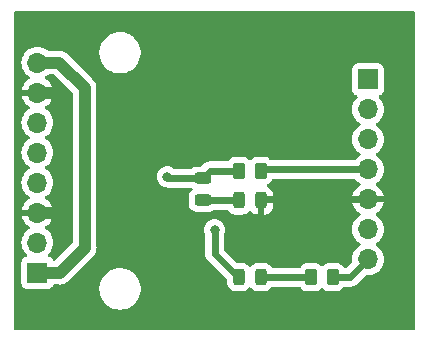
<source format=gbr>
%TF.GenerationSoftware,KiCad,Pcbnew,7.0.7-7.0.7~ubuntu20.04.1*%
%TF.CreationDate,2023-08-31T15:52:27+01:00*%
%TF.ProjectId,hot-end-connector,686f742d-656e-4642-9d63-6f6e6e656374,rev?*%
%TF.SameCoordinates,Original*%
%TF.FileFunction,Copper,L1,Top*%
%TF.FilePolarity,Positive*%
%FSLAX46Y46*%
G04 Gerber Fmt 4.6, Leading zero omitted, Abs format (unit mm)*
G04 Created by KiCad (PCBNEW 7.0.7-7.0.7~ubuntu20.04.1) date 2023-08-31 15:52:27*
%MOMM*%
%LPD*%
G01*
G04 APERTURE LIST*
G04 Aperture macros list*
%AMRoundRect*
0 Rectangle with rounded corners*
0 $1 Rounding radius*
0 $2 $3 $4 $5 $6 $7 $8 $9 X,Y pos of 4 corners*
0 Add a 4 corners polygon primitive as box body*
4,1,4,$2,$3,$4,$5,$6,$7,$8,$9,$2,$3,0*
0 Add four circle primitives for the rounded corners*
1,1,$1+$1,$2,$3*
1,1,$1+$1,$4,$5*
1,1,$1+$1,$6,$7*
1,1,$1+$1,$8,$9*
0 Add four rect primitives between the rounded corners*
20,1,$1+$1,$2,$3,$4,$5,0*
20,1,$1+$1,$4,$5,$6,$7,0*
20,1,$1+$1,$6,$7,$8,$9,0*
20,1,$1+$1,$8,$9,$2,$3,0*%
G04 Aperture macros list end*
%TA.AperFunction,SMDPad,CuDef*%
%ADD10RoundRect,0.250000X-0.262500X-0.450000X0.262500X-0.450000X0.262500X0.450000X-0.262500X0.450000X0*%
%TD*%
%TA.AperFunction,SMDPad,CuDef*%
%ADD11RoundRect,0.243750X0.456250X-0.243750X0.456250X0.243750X-0.456250X0.243750X-0.456250X-0.243750X0*%
%TD*%
%TA.AperFunction,SMDPad,CuDef*%
%ADD12RoundRect,0.243750X-0.243750X-0.456250X0.243750X-0.456250X0.243750X0.456250X-0.243750X0.456250X0*%
%TD*%
%TA.AperFunction,SMDPad,CuDef*%
%ADD13RoundRect,0.243750X0.243750X0.456250X-0.243750X0.456250X-0.243750X-0.456250X0.243750X-0.456250X0*%
%TD*%
%TA.AperFunction,ComponentPad*%
%ADD14R,1.700000X1.700000*%
%TD*%
%TA.AperFunction,ComponentPad*%
%ADD15O,1.700000X1.700000*%
%TD*%
%TA.AperFunction,ViaPad*%
%ADD16C,0.800000*%
%TD*%
%TA.AperFunction,Conductor*%
%ADD17C,0.600000*%
%TD*%
%TA.AperFunction,Conductor*%
%ADD18C,1.000000*%
%TD*%
G04 APERTURE END LIST*
D10*
%TO.P,R1,1*%
%TO.N,Net-(D1-A)*%
X54175000Y-177000000D03*
%TO.P,R1,2*%
%TO.N,/+12V*%
X56000000Y-177000000D03*
%TD*%
%TO.P,R2,1*%
%TO.N,/probe*%
X48087500Y-168000000D03*
%TO.P,R2,2*%
%TO.N,/+3V3*%
X49912500Y-168000000D03*
%TD*%
D11*
%TO.P,1N4148,1,K*%
%TO.N,Net-(D2-A)*%
X45000000Y-170500000D03*
%TO.P,1N4148,2,A*%
%TO.N,/probe*%
X45000000Y-168625000D03*
%TD*%
D12*
%TO.P,D1,1,K*%
%TO.N,/H-*%
X48062500Y-177000000D03*
%TO.P,D1,2,A*%
%TO.N,Net-(D1-A)*%
X49937500Y-177000000D03*
%TD*%
D13*
%TO.P,D2,1,K*%
%TO.N,/GND*%
X49937500Y-170500000D03*
%TO.P,D2,2,A*%
%TO.N,Net-(D2-A)*%
X48062500Y-170500000D03*
%TD*%
D14*
%TO.P,J1,1,Pin_1*%
%TO.N,/T-b*%
X59000000Y-160260000D03*
D15*
%TO.P,J1,2,Pin_2*%
%TO.N,/T-a*%
X59000000Y-162800000D03*
%TO.P,J1,3,Pin_3*%
%TO.N,/probe*%
X59000000Y-165340000D03*
%TO.P,J1,4,Pin_4*%
%TO.N,/+3V3*%
X59000000Y-167880000D03*
%TO.P,J1,5,Pin_5*%
%TO.N,/GND*%
X59000000Y-170420000D03*
%TO.P,J1,6,Pin_6*%
%TO.N,/H-*%
X59000000Y-172960000D03*
%TO.P,J1,7,Pin_7*%
%TO.N,/+12V*%
X59000000Y-175500000D03*
%TD*%
D14*
%TO.P,J2,1,Pin_1*%
%TO.N,/+12V*%
X31000000Y-176620000D03*
D15*
%TO.P,J2,2,Pin_2*%
%TO.N,/H-*%
X31000000Y-174080000D03*
%TO.P,J2,3,Pin_3*%
%TO.N,/GND*%
X31000000Y-171540000D03*
%TO.P,J2,4,Pin_4*%
%TO.N,/probe*%
X31000000Y-169000000D03*
%TO.P,J2,5,Pin_5*%
%TO.N,/T-a*%
X31000000Y-166460000D03*
%TO.P,J2,6,Pin_6*%
%TO.N,/T-b*%
X31000000Y-163920000D03*
%TO.P,J2,7,Pin_7*%
%TO.N,/GND*%
X31000000Y-161380000D03*
%TO.P,J2,8,Pin_8*%
%TO.N,/+12V*%
X31000000Y-158840000D03*
%TD*%
D16*
%TO.N,/H-*%
X46000000Y-173000000D03*
%TO.N,/probe*%
X42000000Y-168500000D03*
%TD*%
D17*
%TO.N,/H-*%
X46000000Y-175000000D02*
X46000000Y-173000000D01*
X48000000Y-177000000D02*
X46000000Y-175000000D01*
X48062500Y-177000000D02*
X48000000Y-177000000D01*
%TO.N,Net-(D1-A)*%
X54175000Y-177000000D02*
X49937500Y-177000000D01*
%TO.N,/GND*%
X49937500Y-170500000D02*
X50017500Y-170420000D01*
D18*
X32960000Y-171540000D02*
X31000000Y-171540000D01*
X31000000Y-161380000D02*
X32880000Y-161380000D01*
X33000000Y-171500000D02*
X32960000Y-171540000D01*
D17*
X50017500Y-170420000D02*
X59000000Y-170420000D01*
D18*
X33000000Y-161500000D02*
X33000000Y-171500000D01*
X32880000Y-161380000D02*
X33000000Y-161500000D01*
D17*
%TO.N,/probe*%
X48087500Y-168000000D02*
X45625000Y-168000000D01*
X42125000Y-168625000D02*
X42000000Y-168500000D01*
X45000000Y-168625000D02*
X42125000Y-168625000D01*
X45625000Y-168000000D02*
X45000000Y-168625000D01*
%TO.N,/+3V3*%
X59000000Y-167880000D02*
X50032500Y-167880000D01*
X50032500Y-167880000D02*
X49912500Y-168000000D01*
D18*
%TO.N,/+12V*%
X32840000Y-158840000D02*
X31000000Y-158840000D01*
X31000000Y-176620000D02*
X32880000Y-176620000D01*
D17*
X57500000Y-177000000D02*
X56000000Y-177000000D01*
X57500000Y-177000000D02*
X59000000Y-175500000D01*
D18*
X35000000Y-161000000D02*
X32840000Y-158840000D01*
X32880000Y-176620000D02*
X35000000Y-174500000D01*
X35000000Y-174500000D02*
X35000000Y-161000000D01*
D17*
%TO.N,Net-(D2-A)*%
X45000000Y-170500000D02*
X48062500Y-170500000D01*
%TD*%
%TA.AperFunction,Conductor*%
%TO.N,/GND*%
G36*
X32441256Y-159860185D02*
G01*
X32461898Y-159876819D01*
X33963181Y-161378102D01*
X33996666Y-161439425D01*
X33999500Y-161465783D01*
X33999500Y-174034218D01*
X33979815Y-174101257D01*
X33963181Y-174121899D01*
X32501899Y-175583181D01*
X32440576Y-175616666D01*
X32414218Y-175619500D01*
X32414141Y-175619500D01*
X32347102Y-175599815D01*
X32301347Y-175547011D01*
X32297969Y-175538859D01*
X32293796Y-175527669D01*
X32293793Y-175527665D01*
X32293793Y-175527664D01*
X32207547Y-175412455D01*
X32207544Y-175412452D01*
X32092335Y-175326206D01*
X32092328Y-175326202D01*
X31960917Y-175277189D01*
X31904983Y-175235318D01*
X31880566Y-175169853D01*
X31895418Y-175101580D01*
X31916563Y-175073332D01*
X32038495Y-174951401D01*
X32174035Y-174757830D01*
X32273903Y-174543663D01*
X32335063Y-174315408D01*
X32355659Y-174080000D01*
X32335063Y-173844592D01*
X32273903Y-173616337D01*
X32174035Y-173402171D01*
X32150308Y-173368284D01*
X32038494Y-173208597D01*
X31871402Y-173041506D01*
X31871401Y-173041505D01*
X31685405Y-172911269D01*
X31641781Y-172856692D01*
X31634588Y-172787193D01*
X31666110Y-172724839D01*
X31685405Y-172708119D01*
X31871082Y-172578105D01*
X32038105Y-172411082D01*
X32173600Y-172217578D01*
X32273429Y-172003492D01*
X32273432Y-172003486D01*
X32330636Y-171790000D01*
X31613347Y-171790000D01*
X31546308Y-171770315D01*
X31500553Y-171717511D01*
X31490609Y-171648353D01*
X31494369Y-171631067D01*
X31500000Y-171611888D01*
X31500000Y-171468111D01*
X31494369Y-171448933D01*
X31494370Y-171379064D01*
X31532145Y-171320286D01*
X31595701Y-171291262D01*
X31613347Y-171290000D01*
X32330636Y-171290000D01*
X32330635Y-171289999D01*
X32273432Y-171076513D01*
X32273429Y-171076507D01*
X32173600Y-170862422D01*
X32173599Y-170862420D01*
X32038113Y-170668926D01*
X32038108Y-170668920D01*
X31871078Y-170501890D01*
X31685405Y-170371879D01*
X31641780Y-170317302D01*
X31634588Y-170247804D01*
X31666110Y-170185449D01*
X31685406Y-170168730D01*
X31871401Y-170038495D01*
X32038495Y-169871401D01*
X32174035Y-169677830D01*
X32273903Y-169463663D01*
X32335063Y-169235408D01*
X32355659Y-169000000D01*
X32335063Y-168764592D01*
X32273903Y-168536337D01*
X32174035Y-168322171D01*
X32166732Y-168311740D01*
X32038494Y-168128597D01*
X31871402Y-167961506D01*
X31871396Y-167961501D01*
X31685842Y-167831575D01*
X31642217Y-167776998D01*
X31635023Y-167707500D01*
X31666546Y-167645145D01*
X31685842Y-167628425D01*
X31727151Y-167599500D01*
X31871401Y-167498495D01*
X32038495Y-167331401D01*
X32174035Y-167137830D01*
X32273903Y-166923663D01*
X32335063Y-166695408D01*
X32355659Y-166460000D01*
X32335063Y-166224592D01*
X32273903Y-165996337D01*
X32174035Y-165782171D01*
X32038495Y-165588599D01*
X32038494Y-165588597D01*
X31871402Y-165421506D01*
X31871396Y-165421501D01*
X31685842Y-165291575D01*
X31642217Y-165236998D01*
X31635023Y-165167500D01*
X31666546Y-165105145D01*
X31685842Y-165088425D01*
X31708026Y-165072891D01*
X31871401Y-164958495D01*
X32038495Y-164791401D01*
X32174035Y-164597830D01*
X32273903Y-164383663D01*
X32335063Y-164155408D01*
X32355659Y-163920000D01*
X32335063Y-163684592D01*
X32273903Y-163456337D01*
X32174035Y-163242171D01*
X32038495Y-163048599D01*
X32038494Y-163048597D01*
X31871402Y-162881506D01*
X31871401Y-162881505D01*
X31685405Y-162751269D01*
X31641781Y-162696692D01*
X31634588Y-162627193D01*
X31666110Y-162564839D01*
X31685405Y-162548119D01*
X31871082Y-162418105D01*
X32038105Y-162251082D01*
X32173600Y-162057578D01*
X32273429Y-161843492D01*
X32273432Y-161843486D01*
X32330636Y-161630000D01*
X31613347Y-161630000D01*
X31546308Y-161610315D01*
X31500553Y-161557511D01*
X31490609Y-161488353D01*
X31494369Y-161471067D01*
X31500000Y-161451888D01*
X31500000Y-161308111D01*
X31494369Y-161288933D01*
X31494370Y-161219064D01*
X31532145Y-161160286D01*
X31595701Y-161131262D01*
X31613347Y-161130000D01*
X32330636Y-161130000D01*
X32330635Y-161129999D01*
X32273432Y-160916513D01*
X32273429Y-160916507D01*
X32173600Y-160702422D01*
X32173599Y-160702420D01*
X32038113Y-160508926D01*
X32038108Y-160508920D01*
X31871078Y-160341890D01*
X31685405Y-160211879D01*
X31641780Y-160157302D01*
X31634588Y-160087804D01*
X31666110Y-160025449D01*
X31685406Y-160008730D01*
X31871401Y-159878495D01*
X31873077Y-159876819D01*
X31873995Y-159876317D01*
X31875544Y-159875018D01*
X31875805Y-159875329D01*
X31934400Y-159843334D01*
X31960758Y-159840500D01*
X32374217Y-159840500D01*
X32441256Y-159860185D01*
G37*
%TD.AperFunction*%
%TA.AperFunction,Conductor*%
G36*
X62942539Y-154520185D02*
G01*
X62988294Y-154572989D01*
X62999500Y-154624500D01*
X62999500Y-181375500D01*
X62979815Y-181442539D01*
X62927011Y-181488294D01*
X62875500Y-181499500D01*
X29124500Y-181499500D01*
X29057461Y-181479815D01*
X29011706Y-181427011D01*
X29000500Y-181375500D01*
X29000500Y-178131187D01*
X36249500Y-178131187D01*
X36259948Y-178200498D01*
X36288604Y-178390615D01*
X36288605Y-178390617D01*
X36288606Y-178390623D01*
X36365938Y-178641326D01*
X36479767Y-178877696D01*
X36479768Y-178877697D01*
X36479770Y-178877700D01*
X36479772Y-178877704D01*
X36627567Y-179094478D01*
X36627567Y-179094479D01*
X36806014Y-179286801D01*
X36806018Y-179286804D01*
X36806019Y-179286805D01*
X37011143Y-179450386D01*
X37238357Y-179581568D01*
X37482584Y-179677420D01*
X37738370Y-179735802D01*
X37738376Y-179735802D01*
X37738379Y-179735803D01*
X37934500Y-179750500D01*
X37934506Y-179750500D01*
X38065500Y-179750500D01*
X38261620Y-179735803D01*
X38261622Y-179735802D01*
X38261630Y-179735802D01*
X38517416Y-179677420D01*
X38761643Y-179581568D01*
X38988857Y-179450386D01*
X39193981Y-179286805D01*
X39372433Y-179094479D01*
X39520228Y-178877704D01*
X39634063Y-178641323D01*
X39711396Y-178390615D01*
X39750500Y-178131182D01*
X39750500Y-177868818D01*
X39711396Y-177609385D01*
X39634063Y-177358677D01*
X39598923Y-177285708D01*
X39520232Y-177122303D01*
X39520231Y-177122302D01*
X39520230Y-177122301D01*
X39520228Y-177122296D01*
X39372433Y-176905521D01*
X39250310Y-176773903D01*
X39193985Y-176713198D01*
X39144872Y-176674032D01*
X38988857Y-176549614D01*
X38761643Y-176418432D01*
X38517416Y-176322580D01*
X38517411Y-176322578D01*
X38517402Y-176322576D01*
X38292522Y-176271249D01*
X38261630Y-176264198D01*
X38261629Y-176264197D01*
X38261625Y-176264197D01*
X38261620Y-176264196D01*
X38065500Y-176249500D01*
X38065494Y-176249500D01*
X37934506Y-176249500D01*
X37934500Y-176249500D01*
X37738379Y-176264196D01*
X37738374Y-176264197D01*
X37482597Y-176322576D01*
X37482578Y-176322582D01*
X37238356Y-176418432D01*
X37011143Y-176549614D01*
X36806014Y-176713198D01*
X36627567Y-176905520D01*
X36479768Y-177122302D01*
X36479767Y-177122303D01*
X36365938Y-177358673D01*
X36288606Y-177609376D01*
X36288605Y-177609381D01*
X36288604Y-177609385D01*
X36283201Y-177645234D01*
X36249500Y-177868812D01*
X36249500Y-178131187D01*
X29000500Y-178131187D01*
X29000500Y-174080000D01*
X29644341Y-174080000D01*
X29664936Y-174315403D01*
X29664938Y-174315413D01*
X29726094Y-174543655D01*
X29726096Y-174543659D01*
X29726097Y-174543663D01*
X29772614Y-174643418D01*
X29825965Y-174757830D01*
X29825967Y-174757834D01*
X29871017Y-174822171D01*
X29961501Y-174951396D01*
X29961506Y-174951402D01*
X30083430Y-175073326D01*
X30116915Y-175134649D01*
X30111931Y-175204341D01*
X30070059Y-175260274D01*
X30039083Y-175277189D01*
X29907669Y-175326203D01*
X29907664Y-175326206D01*
X29792455Y-175412452D01*
X29792452Y-175412455D01*
X29706206Y-175527664D01*
X29706202Y-175527671D01*
X29655908Y-175662517D01*
X29649501Y-175722116D01*
X29649500Y-175722135D01*
X29649500Y-177517870D01*
X29649501Y-177517876D01*
X29655908Y-177577483D01*
X29706202Y-177712328D01*
X29706206Y-177712335D01*
X29792452Y-177827544D01*
X29792455Y-177827547D01*
X29907664Y-177913793D01*
X29907671Y-177913797D01*
X30042517Y-177964091D01*
X30042516Y-177964091D01*
X30049444Y-177964835D01*
X30102127Y-177970500D01*
X31897872Y-177970499D01*
X31957483Y-177964091D01*
X32092331Y-177913796D01*
X32207546Y-177827546D01*
X32293796Y-177712331D01*
X32297960Y-177701165D01*
X32339829Y-177645234D01*
X32405293Y-177620816D01*
X32414141Y-177620500D01*
X32867284Y-177620500D01*
X32956358Y-177622757D01*
X32956358Y-177622756D01*
X32956363Y-177622757D01*
X33016753Y-177611932D01*
X33021412Y-177611280D01*
X33063607Y-177606988D01*
X33082438Y-177605074D01*
X33115227Y-177594786D01*
X33122840Y-177592918D01*
X33156653Y-177586858D01*
X33213621Y-177564101D01*
X33218053Y-177562524D01*
X33276588Y-177544159D01*
X33306627Y-177527484D01*
X33313708Y-177524122D01*
X33345617Y-177511377D01*
X33396854Y-177477608D01*
X33400851Y-177475187D01*
X33454502Y-177445409D01*
X33480568Y-177423030D01*
X33486843Y-177418300D01*
X33515519Y-177399402D01*
X33558917Y-177356002D01*
X33562336Y-177352834D01*
X33608895Y-177312866D01*
X33629931Y-177285688D01*
X33635101Y-177279818D01*
X35698487Y-175216433D01*
X35763053Y-175155059D01*
X35798112Y-175104686D01*
X35800925Y-175100957D01*
X35839698Y-175053407D01*
X35855607Y-175022948D01*
X35859667Y-175016248D01*
X35879295Y-174988049D01*
X35903492Y-174931660D01*
X35905498Y-174927435D01*
X35933909Y-174873049D01*
X35943360Y-174840015D01*
X35945991Y-174832628D01*
X35950479Y-174822171D01*
X35959540Y-174801058D01*
X35971893Y-174740940D01*
X35973006Y-174736412D01*
X35989887Y-174677418D01*
X35992495Y-174643155D01*
X35993587Y-174635376D01*
X35994981Y-174628597D01*
X36000500Y-174601741D01*
X36000500Y-174540401D01*
X36000679Y-174535692D01*
X36005337Y-174474525D01*
X36000997Y-174440441D01*
X36000500Y-174432602D01*
X36000500Y-168500000D01*
X41094540Y-168500000D01*
X41114326Y-168688256D01*
X41114327Y-168688259D01*
X41172818Y-168868277D01*
X41172821Y-168868284D01*
X41267467Y-169032216D01*
X41363302Y-169138651D01*
X41394129Y-169172888D01*
X41547265Y-169284148D01*
X41547270Y-169284151D01*
X41720192Y-169361142D01*
X41720197Y-169361144D01*
X41905354Y-169400500D01*
X41905368Y-169400500D01*
X41908415Y-169400821D01*
X41936405Y-169407100D01*
X41945745Y-169410368D01*
X41987241Y-169415043D01*
X41994093Y-169416207D01*
X42034806Y-169425500D01*
X42080046Y-169425500D01*
X43996658Y-169425500D01*
X44063697Y-169445185D01*
X44073568Y-169452233D01*
X44079001Y-169456529D01*
X44079703Y-169456962D01*
X44080083Y-169457384D01*
X44084663Y-169461006D01*
X44084044Y-169461788D01*
X44126428Y-169508910D01*
X44137649Y-169577872D01*
X44109806Y-169641954D01*
X44084544Y-169663842D01*
X44084664Y-169663993D01*
X44081315Y-169666640D01*
X44079703Y-169668038D01*
X44079000Y-169668471D01*
X44078996Y-169668474D01*
X43955974Y-169791496D01*
X43955971Y-169791500D01*
X43864642Y-169939566D01*
X43864637Y-169939577D01*
X43809913Y-170104723D01*
X43799500Y-170206644D01*
X43799500Y-170793355D01*
X43809913Y-170895276D01*
X43864637Y-171060422D01*
X43864642Y-171060433D01*
X43955971Y-171208499D01*
X43955974Y-171208503D01*
X44078996Y-171331525D01*
X44079000Y-171331528D01*
X44227066Y-171422857D01*
X44227069Y-171422858D01*
X44227075Y-171422862D01*
X44392225Y-171477587D01*
X44494152Y-171488000D01*
X44494157Y-171488000D01*
X45505843Y-171488000D01*
X45505848Y-171488000D01*
X45607775Y-171477587D01*
X45772925Y-171422862D01*
X45921003Y-171331526D01*
X45921007Y-171331521D01*
X45926432Y-171327233D01*
X45991227Y-171301093D01*
X46003342Y-171300500D01*
X47087440Y-171300500D01*
X47154479Y-171320185D01*
X47192978Y-171359403D01*
X47230971Y-171420999D01*
X47230974Y-171421003D01*
X47353996Y-171544025D01*
X47354000Y-171544028D01*
X47502066Y-171635357D01*
X47502069Y-171635358D01*
X47502075Y-171635362D01*
X47667225Y-171690087D01*
X47769152Y-171700500D01*
X47769157Y-171700500D01*
X48355843Y-171700500D01*
X48355848Y-171700500D01*
X48457775Y-171690087D01*
X48622925Y-171635362D01*
X48771003Y-171544026D01*
X48894026Y-171421003D01*
X48894755Y-171419821D01*
X48895466Y-171419181D01*
X48898507Y-171415336D01*
X48899163Y-171415855D01*
X48946701Y-171373097D01*
X49015664Y-171361873D01*
X49079746Y-171389715D01*
X49101761Y-171415123D01*
X49101888Y-171415023D01*
X49104113Y-171417838D01*
X49105833Y-171419822D01*
X49106365Y-171420685D01*
X49106369Y-171420690D01*
X49229308Y-171543629D01*
X49377285Y-171634903D01*
X49377290Y-171634905D01*
X49542326Y-171689592D01*
X49644184Y-171699999D01*
X49644197Y-171700000D01*
X49687500Y-171700000D01*
X49687500Y-170750000D01*
X50187500Y-170750000D01*
X50187500Y-171700000D01*
X50230803Y-171700000D01*
X50230815Y-171699999D01*
X50332673Y-171689592D01*
X50497709Y-171634905D01*
X50497714Y-171634903D01*
X50645691Y-171543629D01*
X50768629Y-171420691D01*
X50859903Y-171272714D01*
X50859905Y-171272709D01*
X50914592Y-171107673D01*
X50924999Y-171005815D01*
X50925000Y-171005802D01*
X50925000Y-170750000D01*
X50187500Y-170750000D01*
X49687500Y-170750000D01*
X49687500Y-170374000D01*
X49707185Y-170306961D01*
X49759989Y-170261206D01*
X49811500Y-170250000D01*
X50925000Y-170250000D01*
X50925000Y-169994197D01*
X50924999Y-169994184D01*
X50914592Y-169892326D01*
X50859905Y-169727290D01*
X50859903Y-169727285D01*
X50768629Y-169579308D01*
X50645691Y-169456370D01*
X50497714Y-169365096D01*
X50491169Y-169362045D01*
X50492402Y-169359400D01*
X50445858Y-169327153D01*
X50419056Y-169262629D01*
X50431392Y-169193857D01*
X50478952Y-169142672D01*
X50489936Y-169136864D01*
X50494323Y-169134817D01*
X50494334Y-169134814D01*
X50643656Y-169042712D01*
X50767712Y-168918656D01*
X50859814Y-168769334D01*
X50861086Y-168765493D01*
X50862673Y-168763201D01*
X50862866Y-168762789D01*
X50862936Y-168762821D01*
X50900861Y-168708049D01*
X50965378Y-168681228D01*
X50978792Y-168680500D01*
X57847309Y-168680500D01*
X57914348Y-168700185D01*
X57948884Y-168733376D01*
X57961508Y-168751405D01*
X58128597Y-168918493D01*
X58128603Y-168918498D01*
X58216403Y-168979976D01*
X58305996Y-169042710D01*
X58314594Y-169048730D01*
X58358219Y-169103307D01*
X58365413Y-169172805D01*
X58333890Y-169235160D01*
X58314595Y-169251880D01*
X58128922Y-169381890D01*
X58128920Y-169381891D01*
X57961891Y-169548920D01*
X57961886Y-169548926D01*
X57826400Y-169742420D01*
X57826399Y-169742422D01*
X57726570Y-169956507D01*
X57726567Y-169956513D01*
X57669364Y-170169999D01*
X57669364Y-170170000D01*
X58386653Y-170170000D01*
X58453692Y-170189685D01*
X58499447Y-170242489D01*
X58509391Y-170311647D01*
X58505631Y-170328933D01*
X58500000Y-170348111D01*
X58500000Y-170491888D01*
X58505631Y-170511067D01*
X58505630Y-170580936D01*
X58467855Y-170639714D01*
X58404299Y-170668738D01*
X58386653Y-170670000D01*
X57669364Y-170670000D01*
X57726567Y-170883486D01*
X57726570Y-170883492D01*
X57826399Y-171097578D01*
X57961894Y-171291082D01*
X58128917Y-171458105D01*
X58314595Y-171588119D01*
X58358219Y-171642696D01*
X58365412Y-171712195D01*
X58333890Y-171774549D01*
X58314595Y-171791269D01*
X58128594Y-171921508D01*
X57961505Y-172088597D01*
X57825965Y-172282169D01*
X57825964Y-172282171D01*
X57726098Y-172496335D01*
X57726094Y-172496344D01*
X57664938Y-172724586D01*
X57664936Y-172724596D01*
X57644341Y-172959999D01*
X57644341Y-172960000D01*
X57664936Y-173195403D01*
X57664938Y-173195413D01*
X57726094Y-173423655D01*
X57726096Y-173423659D01*
X57726097Y-173423663D01*
X57815942Y-173616335D01*
X57825965Y-173637830D01*
X57825967Y-173637834D01*
X57961501Y-173831395D01*
X57961506Y-173831402D01*
X58128597Y-173998493D01*
X58128603Y-173998498D01*
X58314158Y-174128425D01*
X58357783Y-174183002D01*
X58364977Y-174252500D01*
X58333454Y-174314855D01*
X58314158Y-174331575D01*
X58128597Y-174461505D01*
X57961505Y-174628597D01*
X57825965Y-174822169D01*
X57825964Y-174822171D01*
X57726098Y-175036335D01*
X57726094Y-175036344D01*
X57664938Y-175264586D01*
X57664936Y-175264596D01*
X57644341Y-175499999D01*
X57644341Y-175500002D01*
X57657288Y-175647991D01*
X57643521Y-175716491D01*
X57621441Y-175746479D01*
X57204741Y-176163181D01*
X57143418Y-176196666D01*
X57117060Y-176199500D01*
X56997298Y-176199500D01*
X56930259Y-176179815D01*
X56891759Y-176140597D01*
X56889941Y-176137649D01*
X56855212Y-176081344D01*
X56731156Y-175957288D01*
X56581834Y-175865186D01*
X56415297Y-175810001D01*
X56415295Y-175810000D01*
X56312510Y-175799500D01*
X55687498Y-175799500D01*
X55687480Y-175799501D01*
X55584703Y-175810000D01*
X55584700Y-175810001D01*
X55418168Y-175865185D01*
X55418163Y-175865187D01*
X55268842Y-175957289D01*
X55175181Y-176050951D01*
X55113858Y-176084436D01*
X55044166Y-176079452D01*
X54999819Y-176050951D01*
X54906157Y-175957289D01*
X54906156Y-175957288D01*
X54756834Y-175865186D01*
X54590297Y-175810001D01*
X54590295Y-175810000D01*
X54487510Y-175799500D01*
X53862498Y-175799500D01*
X53862480Y-175799501D01*
X53759703Y-175810000D01*
X53759700Y-175810001D01*
X53593168Y-175865185D01*
X53593163Y-175865187D01*
X53443842Y-175957289D01*
X53319789Y-176081342D01*
X53283241Y-176140597D01*
X53231293Y-176187321D01*
X53177702Y-176199500D01*
X50912560Y-176199500D01*
X50845521Y-176179815D01*
X50807022Y-176140597D01*
X50769028Y-176079000D01*
X50769025Y-176078996D01*
X50646003Y-175955974D01*
X50645999Y-175955971D01*
X50497933Y-175864642D01*
X50497927Y-175864639D01*
X50497925Y-175864638D01*
X50497922Y-175864637D01*
X50332776Y-175809913D01*
X50230855Y-175799500D01*
X50230848Y-175799500D01*
X49644152Y-175799500D01*
X49644144Y-175799500D01*
X49542223Y-175809913D01*
X49377077Y-175864637D01*
X49377066Y-175864642D01*
X49229000Y-175955971D01*
X49228996Y-175955974D01*
X49105974Y-176078996D01*
X49105971Y-176079000D01*
X49105538Y-176079703D01*
X49105114Y-176080083D01*
X49101493Y-176084664D01*
X49100710Y-176084045D01*
X49053590Y-176126428D01*
X48984628Y-176137649D01*
X48920546Y-176109806D01*
X48898657Y-176084544D01*
X48898507Y-176084664D01*
X48895859Y-176081315D01*
X48894462Y-176079703D01*
X48894028Y-176079000D01*
X48894025Y-176078996D01*
X48771003Y-175955974D01*
X48770999Y-175955971D01*
X48622933Y-175864642D01*
X48622927Y-175864639D01*
X48622925Y-175864638D01*
X48622922Y-175864637D01*
X48457776Y-175809913D01*
X48355855Y-175799500D01*
X48355848Y-175799500D01*
X47982940Y-175799500D01*
X47915901Y-175779815D01*
X47895259Y-175763181D01*
X46836819Y-174704741D01*
X46803334Y-174643418D01*
X46800500Y-174617060D01*
X46800500Y-173447718D01*
X46817112Y-173385720D01*
X46827179Y-173368284D01*
X46885674Y-173188256D01*
X46905460Y-173000000D01*
X46885674Y-172811744D01*
X46827179Y-172631716D01*
X46732533Y-172467784D01*
X46605871Y-172327112D01*
X46544015Y-172282171D01*
X46452734Y-172215851D01*
X46452729Y-172215848D01*
X46279807Y-172138857D01*
X46279802Y-172138855D01*
X46134000Y-172107865D01*
X46094646Y-172099500D01*
X45905354Y-172099500D01*
X45872897Y-172106398D01*
X45720197Y-172138855D01*
X45720192Y-172138857D01*
X45547270Y-172215848D01*
X45547265Y-172215851D01*
X45394129Y-172327111D01*
X45267466Y-172467785D01*
X45172821Y-172631715D01*
X45172818Y-172631722D01*
X45122303Y-172787193D01*
X45114326Y-172811744D01*
X45094540Y-173000000D01*
X45114326Y-173188256D01*
X45114327Y-173188259D01*
X45172818Y-173368277D01*
X45172819Y-173368279D01*
X45172821Y-173368284D01*
X45182887Y-173385720D01*
X45199500Y-173447718D01*
X45199500Y-175090191D01*
X45199501Y-175090200D01*
X45208791Y-175130908D01*
X45209955Y-175137763D01*
X45214632Y-175179259D01*
X45228420Y-175218662D01*
X45230345Y-175225345D01*
X45239639Y-175266061D01*
X45257759Y-175303688D01*
X45260421Y-175310114D01*
X45274212Y-175349525D01*
X45296422Y-175384872D01*
X45299787Y-175390959D01*
X45317910Y-175428589D01*
X45343941Y-175461230D01*
X45347967Y-175466904D01*
X45370183Y-175502261D01*
X47038181Y-177170259D01*
X47071666Y-177231582D01*
X47074500Y-177257940D01*
X47074500Y-177505855D01*
X47084913Y-177607776D01*
X47139637Y-177772922D01*
X47139642Y-177772933D01*
X47230971Y-177920999D01*
X47230974Y-177921003D01*
X47353996Y-178044025D01*
X47354000Y-178044028D01*
X47502066Y-178135357D01*
X47502069Y-178135358D01*
X47502075Y-178135362D01*
X47667225Y-178190087D01*
X47769152Y-178200500D01*
X47769157Y-178200500D01*
X48355843Y-178200500D01*
X48355848Y-178200500D01*
X48457775Y-178190087D01*
X48622925Y-178135362D01*
X48771003Y-178044026D01*
X48894026Y-177921003D01*
X48894458Y-177920301D01*
X48894881Y-177919921D01*
X48898507Y-177915336D01*
X48899290Y-177915955D01*
X48946402Y-177873575D01*
X49015364Y-177862349D01*
X49079448Y-177890188D01*
X49101342Y-177915455D01*
X49101493Y-177915336D01*
X49104143Y-177918687D01*
X49105540Y-177920299D01*
X49105972Y-177920999D01*
X49105975Y-177921004D01*
X49228996Y-178044025D01*
X49229000Y-178044028D01*
X49377066Y-178135357D01*
X49377069Y-178135358D01*
X49377075Y-178135362D01*
X49542225Y-178190087D01*
X49644152Y-178200500D01*
X49644157Y-178200500D01*
X50230843Y-178200500D01*
X50230848Y-178200500D01*
X50332775Y-178190087D01*
X50497925Y-178135362D01*
X50646003Y-178044026D01*
X50769026Y-177921003D01*
X50798280Y-177873575D01*
X50807022Y-177859403D01*
X50858970Y-177812678D01*
X50912560Y-177800500D01*
X53177702Y-177800500D01*
X53244741Y-177820185D01*
X53283239Y-177859401D01*
X53319788Y-177918656D01*
X53443844Y-178042712D01*
X53593166Y-178134814D01*
X53759703Y-178189999D01*
X53862491Y-178200500D01*
X54487508Y-178200499D01*
X54487516Y-178200498D01*
X54487519Y-178200498D01*
X54543802Y-178194748D01*
X54590297Y-178189999D01*
X54756834Y-178134814D01*
X54906156Y-178042712D01*
X54999819Y-177949048D01*
X55061142Y-177915564D01*
X55130834Y-177920548D01*
X55175180Y-177949049D01*
X55268844Y-178042712D01*
X55418166Y-178134814D01*
X55584703Y-178189999D01*
X55687491Y-178200500D01*
X56312508Y-178200499D01*
X56312516Y-178200498D01*
X56312519Y-178200498D01*
X56368802Y-178194748D01*
X56415297Y-178189999D01*
X56581834Y-178134814D01*
X56731156Y-178042712D01*
X56855212Y-177918656D01*
X56891759Y-177859402D01*
X56943707Y-177812679D01*
X56997298Y-177800500D01*
X57590194Y-177800500D01*
X57630903Y-177791208D01*
X57637760Y-177790043D01*
X57679255Y-177785368D01*
X57718680Y-177771571D01*
X57725321Y-177769658D01*
X57766061Y-177760360D01*
X57803693Y-177742236D01*
X57810105Y-177739580D01*
X57849522Y-177725789D01*
X57884889Y-177703565D01*
X57890961Y-177700209D01*
X57928587Y-177682091D01*
X57961236Y-177656052D01*
X57966895Y-177652037D01*
X58002262Y-177629816D01*
X58129816Y-177502262D01*
X58188375Y-177443703D01*
X58188388Y-177443688D01*
X58753521Y-176878555D01*
X58814842Y-176845072D01*
X58852002Y-176842710D01*
X59000000Y-176855659D01*
X59000001Y-176855659D01*
X59039234Y-176852226D01*
X59235408Y-176835063D01*
X59463663Y-176773903D01*
X59677830Y-176674035D01*
X59871401Y-176538495D01*
X60038495Y-176371401D01*
X60174035Y-176177830D01*
X60273903Y-175963663D01*
X60335063Y-175735408D01*
X60355659Y-175500000D01*
X60335063Y-175264592D01*
X60273903Y-175036337D01*
X60174035Y-174822171D01*
X60159251Y-174801056D01*
X60038494Y-174628597D01*
X59871402Y-174461506D01*
X59871396Y-174461501D01*
X59685842Y-174331575D01*
X59642217Y-174276998D01*
X59635023Y-174207500D01*
X59666546Y-174145145D01*
X59685842Y-174128425D01*
X59820383Y-174034218D01*
X59871401Y-173998495D01*
X60038495Y-173831401D01*
X60174035Y-173637830D01*
X60273903Y-173423663D01*
X60335063Y-173195408D01*
X60355659Y-172960000D01*
X60335063Y-172724592D01*
X60273903Y-172496337D01*
X60174035Y-172282171D01*
X60127598Y-172215851D01*
X60038494Y-172088597D01*
X59871402Y-171921506D01*
X59871401Y-171921505D01*
X59685405Y-171791269D01*
X59641781Y-171736692D01*
X59634588Y-171667193D01*
X59666110Y-171604839D01*
X59685405Y-171588119D01*
X59871082Y-171458105D01*
X60038105Y-171291082D01*
X60173600Y-171097578D01*
X60273429Y-170883492D01*
X60273432Y-170883486D01*
X60330636Y-170670000D01*
X59613347Y-170670000D01*
X59546308Y-170650315D01*
X59500553Y-170597511D01*
X59490609Y-170528353D01*
X59494369Y-170511067D01*
X59500000Y-170491888D01*
X59500000Y-170348111D01*
X59494369Y-170328933D01*
X59494370Y-170259064D01*
X59532145Y-170200286D01*
X59595701Y-170171262D01*
X59613347Y-170170000D01*
X60330636Y-170170000D01*
X60330635Y-170169999D01*
X60273432Y-169956513D01*
X60273429Y-169956507D01*
X60173600Y-169742422D01*
X60173599Y-169742420D01*
X60038113Y-169548926D01*
X60038108Y-169548920D01*
X59871078Y-169381890D01*
X59685405Y-169251879D01*
X59641780Y-169197302D01*
X59634588Y-169127804D01*
X59666110Y-169065449D01*
X59685406Y-169048730D01*
X59694001Y-169042712D01*
X59871401Y-168918495D01*
X60038495Y-168751401D01*
X60174035Y-168557830D01*
X60273903Y-168343663D01*
X60335063Y-168115408D01*
X60355659Y-167880000D01*
X60335063Y-167644592D01*
X60273903Y-167416337D01*
X60174035Y-167202171D01*
X60172166Y-167199501D01*
X60038494Y-167008597D01*
X59871402Y-166841506D01*
X59871396Y-166841501D01*
X59685842Y-166711575D01*
X59642217Y-166656998D01*
X59635023Y-166587500D01*
X59666546Y-166525145D01*
X59685842Y-166508425D01*
X59755001Y-166459999D01*
X59871401Y-166378495D01*
X60038495Y-166211401D01*
X60174035Y-166017830D01*
X60273903Y-165803663D01*
X60335063Y-165575408D01*
X60355659Y-165340000D01*
X60335063Y-165104592D01*
X60273903Y-164876337D01*
X60174035Y-164662171D01*
X60128984Y-164597830D01*
X60038494Y-164468597D01*
X59871402Y-164301506D01*
X59871396Y-164301501D01*
X59685842Y-164171575D01*
X59642217Y-164116998D01*
X59635023Y-164047500D01*
X59666546Y-163985145D01*
X59685842Y-163968425D01*
X59755001Y-163919999D01*
X59871401Y-163838495D01*
X60038495Y-163671401D01*
X60174035Y-163477830D01*
X60273903Y-163263663D01*
X60335063Y-163035408D01*
X60355659Y-162800000D01*
X60335063Y-162564592D01*
X60273903Y-162336337D01*
X60174035Y-162122171D01*
X60038495Y-161928599D01*
X59916567Y-161806671D01*
X59883084Y-161745351D01*
X59888068Y-161675659D01*
X59929939Y-161619725D01*
X59960915Y-161602810D01*
X60092331Y-161553796D01*
X60207546Y-161467546D01*
X60293796Y-161352331D01*
X60344091Y-161217483D01*
X60350500Y-161157873D01*
X60350499Y-159362128D01*
X60344091Y-159302517D01*
X60338229Y-159286801D01*
X60293797Y-159167671D01*
X60293793Y-159167664D01*
X60207547Y-159052455D01*
X60207544Y-159052452D01*
X60092335Y-158966206D01*
X60092328Y-158966202D01*
X59957482Y-158915908D01*
X59957483Y-158915908D01*
X59897883Y-158909501D01*
X59897881Y-158909500D01*
X59897873Y-158909500D01*
X59897864Y-158909500D01*
X58102129Y-158909500D01*
X58102123Y-158909501D01*
X58042516Y-158915908D01*
X57907671Y-158966202D01*
X57907664Y-158966206D01*
X57792455Y-159052452D01*
X57792452Y-159052455D01*
X57706206Y-159167664D01*
X57706202Y-159167671D01*
X57655908Y-159302517D01*
X57649501Y-159362116D01*
X57649501Y-159362123D01*
X57649500Y-159362135D01*
X57649500Y-161157870D01*
X57649501Y-161157876D01*
X57655908Y-161217483D01*
X57706202Y-161352328D01*
X57706206Y-161352335D01*
X57792452Y-161467544D01*
X57792455Y-161467547D01*
X57907664Y-161553793D01*
X57907671Y-161553797D01*
X58039081Y-161602810D01*
X58095015Y-161644681D01*
X58119432Y-161710145D01*
X58104580Y-161778418D01*
X58083430Y-161806673D01*
X57961503Y-161928600D01*
X57825965Y-162122169D01*
X57825964Y-162122171D01*
X57726098Y-162336335D01*
X57726094Y-162336344D01*
X57664938Y-162564586D01*
X57664936Y-162564596D01*
X57644341Y-162799999D01*
X57644341Y-162800000D01*
X57664936Y-163035403D01*
X57664938Y-163035413D01*
X57726094Y-163263655D01*
X57726096Y-163263659D01*
X57726097Y-163263663D01*
X57815942Y-163456335D01*
X57825965Y-163477830D01*
X57825967Y-163477834D01*
X57961501Y-163671395D01*
X57961506Y-163671402D01*
X58128597Y-163838493D01*
X58128603Y-163838498D01*
X58314158Y-163968425D01*
X58357783Y-164023002D01*
X58364977Y-164092500D01*
X58333454Y-164154855D01*
X58314158Y-164171575D01*
X58128597Y-164301505D01*
X57961505Y-164468597D01*
X57825965Y-164662169D01*
X57825964Y-164662171D01*
X57726098Y-164876335D01*
X57726094Y-164876344D01*
X57664938Y-165104586D01*
X57664936Y-165104596D01*
X57644341Y-165339999D01*
X57644341Y-165340000D01*
X57664936Y-165575403D01*
X57664938Y-165575413D01*
X57726094Y-165803655D01*
X57726096Y-165803659D01*
X57726097Y-165803663D01*
X57815942Y-165996335D01*
X57825965Y-166017830D01*
X57825967Y-166017834D01*
X57961501Y-166211395D01*
X57961506Y-166211402D01*
X58128597Y-166378493D01*
X58128603Y-166378498D01*
X58314158Y-166508425D01*
X58357783Y-166563002D01*
X58364977Y-166632500D01*
X58333454Y-166694855D01*
X58314158Y-166711575D01*
X58128597Y-166841505D01*
X57961508Y-167008594D01*
X57948884Y-167026624D01*
X57894307Y-167070248D01*
X57847309Y-167079500D01*
X50817230Y-167079500D01*
X50750191Y-167059815D01*
X50729549Y-167043181D01*
X50643657Y-166957289D01*
X50643656Y-166957288D01*
X50494334Y-166865186D01*
X50327797Y-166810001D01*
X50327795Y-166810000D01*
X50225010Y-166799500D01*
X49599998Y-166799500D01*
X49599980Y-166799501D01*
X49497203Y-166810000D01*
X49497200Y-166810001D01*
X49330668Y-166865185D01*
X49330663Y-166865187D01*
X49181345Y-166957287D01*
X49087681Y-167050951D01*
X49026357Y-167084435D01*
X48956666Y-167079451D01*
X48912319Y-167050951D01*
X48869962Y-167008594D01*
X48818656Y-166957288D01*
X48669334Y-166865186D01*
X48502797Y-166810001D01*
X48502795Y-166810000D01*
X48400010Y-166799500D01*
X47774998Y-166799500D01*
X47774980Y-166799501D01*
X47672203Y-166810000D01*
X47672200Y-166810001D01*
X47505668Y-166865185D01*
X47505663Y-166865187D01*
X47356342Y-166957289D01*
X47232289Y-167081342D01*
X47232287Y-167081344D01*
X47232288Y-167081344D01*
X47197448Y-167137830D01*
X47195741Y-167140597D01*
X47143793Y-167187321D01*
X47090202Y-167199500D01*
X45715194Y-167199500D01*
X45534805Y-167199500D01*
X45534803Y-167199500D01*
X45534797Y-167199501D01*
X45494098Y-167208790D01*
X45487242Y-167209955D01*
X45445743Y-167214632D01*
X45406328Y-167228423D01*
X45399646Y-167230348D01*
X45358940Y-167239640D01*
X45321326Y-167257753D01*
X45314901Y-167260414D01*
X45275482Y-167274209D01*
X45275474Y-167274213D01*
X45240117Y-167296428D01*
X45234032Y-167299791D01*
X45196413Y-167317908D01*
X45196411Y-167317909D01*
X45163769Y-167343941D01*
X45158096Y-167347966D01*
X45122739Y-167370183D01*
X45032169Y-167460750D01*
X45032161Y-167460761D01*
X44892239Y-167600682D01*
X44830919Y-167634166D01*
X44804560Y-167637000D01*
X44494144Y-167637000D01*
X44392223Y-167647413D01*
X44227077Y-167702137D01*
X44227066Y-167702142D01*
X44079001Y-167793470D01*
X44073568Y-167797767D01*
X44008773Y-167823907D01*
X43996658Y-167824500D01*
X42642566Y-167824500D01*
X42575527Y-167804815D01*
X42569681Y-167800818D01*
X42452734Y-167715851D01*
X42452729Y-167715848D01*
X42279807Y-167638857D01*
X42279802Y-167638855D01*
X42134000Y-167607865D01*
X42094646Y-167599500D01*
X41905354Y-167599500D01*
X41872897Y-167606398D01*
X41720197Y-167638855D01*
X41720192Y-167638857D01*
X41547270Y-167715848D01*
X41547265Y-167715851D01*
X41394129Y-167827111D01*
X41267466Y-167967785D01*
X41172821Y-168131715D01*
X41172818Y-168131722D01*
X41114327Y-168311740D01*
X41114326Y-168311744D01*
X41094540Y-168500000D01*
X36000500Y-168500000D01*
X36000500Y-161012676D01*
X36001960Y-160955048D01*
X36002756Y-160923637D01*
X35991932Y-160863247D01*
X35991282Y-160858617D01*
X35985074Y-160797562D01*
X35974790Y-160764786D01*
X35972917Y-160757154D01*
X35966858Y-160723349D01*
X35966858Y-160723347D01*
X35944102Y-160666378D01*
X35942521Y-160661937D01*
X35924157Y-160603407D01*
X35907488Y-160573378D01*
X35904117Y-160566278D01*
X35891378Y-160534386D01*
X35891377Y-160534383D01*
X35857620Y-160483163D01*
X35855180Y-160479134D01*
X35844379Y-160459675D01*
X35825409Y-160425498D01*
X35825407Y-160425495D01*
X35803033Y-160399434D01*
X35798302Y-160393159D01*
X35779402Y-160364481D01*
X35736012Y-160321091D01*
X35732822Y-160317648D01*
X35692867Y-160271106D01*
X35692863Y-160271102D01*
X35665698Y-160250074D01*
X35659803Y-160244882D01*
X33556451Y-158141531D01*
X33546618Y-158131187D01*
X36249500Y-158131187D01*
X36269794Y-158265823D01*
X36288604Y-158390615D01*
X36288605Y-158390617D01*
X36288606Y-158390623D01*
X36365938Y-158641326D01*
X36479767Y-158877696D01*
X36479768Y-158877697D01*
X36479770Y-158877700D01*
X36479772Y-158877704D01*
X36614561Y-159075403D01*
X36627567Y-159094479D01*
X36806014Y-159286801D01*
X36806018Y-159286804D01*
X36806019Y-159286805D01*
X37011143Y-159450386D01*
X37238357Y-159581568D01*
X37482584Y-159677420D01*
X37738370Y-159735802D01*
X37738376Y-159735802D01*
X37738379Y-159735803D01*
X37934500Y-159750500D01*
X37934506Y-159750500D01*
X38065500Y-159750500D01*
X38261620Y-159735803D01*
X38261622Y-159735802D01*
X38261630Y-159735802D01*
X38517416Y-159677420D01*
X38761643Y-159581568D01*
X38988857Y-159450386D01*
X39193981Y-159286805D01*
X39372433Y-159094479D01*
X39520228Y-158877704D01*
X39634063Y-158641323D01*
X39711396Y-158390615D01*
X39750500Y-158131182D01*
X39750500Y-157868818D01*
X39711396Y-157609385D01*
X39634063Y-157358677D01*
X39622121Y-157333880D01*
X39520232Y-157122303D01*
X39520231Y-157122302D01*
X39520230Y-157122301D01*
X39520228Y-157122296D01*
X39372433Y-156905521D01*
X39362441Y-156894753D01*
X39193985Y-156713198D01*
X39154533Y-156681736D01*
X38988857Y-156549614D01*
X38761643Y-156418432D01*
X38517416Y-156322580D01*
X38517411Y-156322578D01*
X38517402Y-156322576D01*
X38299818Y-156272914D01*
X38261630Y-156264198D01*
X38261629Y-156264197D01*
X38261625Y-156264197D01*
X38261620Y-156264196D01*
X38065500Y-156249500D01*
X38065494Y-156249500D01*
X37934506Y-156249500D01*
X37934500Y-156249500D01*
X37738379Y-156264196D01*
X37738374Y-156264197D01*
X37482597Y-156322576D01*
X37482578Y-156322582D01*
X37238356Y-156418432D01*
X37011143Y-156549614D01*
X36806014Y-156713198D01*
X36627567Y-156905520D01*
X36479768Y-157122302D01*
X36479767Y-157122303D01*
X36365938Y-157358673D01*
X36288606Y-157609376D01*
X36288605Y-157609381D01*
X36288604Y-157609385D01*
X36273853Y-157707247D01*
X36249500Y-157868812D01*
X36249500Y-158131187D01*
X33546618Y-158131187D01*
X33495061Y-158076949D01*
X33495060Y-158076948D01*
X33495059Y-158076947D01*
X33467204Y-158057559D01*
X33444709Y-158041902D01*
X33440946Y-158039064D01*
X33393413Y-158000305D01*
X33393406Y-158000300D01*
X33362959Y-157984397D01*
X33356251Y-157980334D01*
X33328049Y-157960705D01*
X33328046Y-157960703D01*
X33328045Y-157960703D01*
X33328041Y-157960701D01*
X33271680Y-157936514D01*
X33267424Y-157934493D01*
X33213057Y-157906094D01*
X33213050Y-157906091D01*
X33213049Y-157906091D01*
X33207008Y-157904362D01*
X33180030Y-157896642D01*
X33172630Y-157894008D01*
X33141057Y-157880459D01*
X33141058Y-157880459D01*
X33080966Y-157868109D01*
X33076391Y-157866986D01*
X33017420Y-157850113D01*
X33017425Y-157850113D01*
X32983158Y-157847503D01*
X32975380Y-157846412D01*
X32941742Y-157839500D01*
X32941741Y-157839500D01*
X32880402Y-157839500D01*
X32875695Y-157839321D01*
X32870121Y-157838896D01*
X32814524Y-157834662D01*
X32794589Y-157837201D01*
X32780440Y-157839003D01*
X32772611Y-157839500D01*
X31960758Y-157839500D01*
X31893719Y-157819815D01*
X31873077Y-157803181D01*
X31871402Y-157801506D01*
X31871395Y-157801501D01*
X31677834Y-157665967D01*
X31677830Y-157665965D01*
X31677830Y-157665964D01*
X31463663Y-157566097D01*
X31463659Y-157566096D01*
X31463655Y-157566094D01*
X31235413Y-157504938D01*
X31235403Y-157504936D01*
X31000001Y-157484341D01*
X30999999Y-157484341D01*
X30764596Y-157504936D01*
X30764586Y-157504938D01*
X30536344Y-157566094D01*
X30536335Y-157566098D01*
X30322171Y-157665964D01*
X30322169Y-157665965D01*
X30128597Y-157801505D01*
X29961505Y-157968597D01*
X29825965Y-158162169D01*
X29825964Y-158162171D01*
X29726098Y-158376335D01*
X29726094Y-158376344D01*
X29664938Y-158604586D01*
X29664936Y-158604596D01*
X29644341Y-158839999D01*
X29644341Y-158840000D01*
X29664936Y-159075403D01*
X29664938Y-159075413D01*
X29726094Y-159303655D01*
X29726096Y-159303659D01*
X29726097Y-159303663D01*
X29753363Y-159362135D01*
X29825965Y-159517830D01*
X29825967Y-159517834D01*
X29961501Y-159711395D01*
X29961506Y-159711402D01*
X30128597Y-159878493D01*
X30128603Y-159878498D01*
X30314594Y-160008730D01*
X30358219Y-160063307D01*
X30365413Y-160132805D01*
X30333890Y-160195160D01*
X30314595Y-160211880D01*
X30128922Y-160341890D01*
X30128920Y-160341891D01*
X29961891Y-160508920D01*
X29961886Y-160508926D01*
X29826400Y-160702420D01*
X29826399Y-160702422D01*
X29726570Y-160916507D01*
X29726567Y-160916513D01*
X29669364Y-161129999D01*
X29669364Y-161130000D01*
X30386653Y-161130000D01*
X30453692Y-161149685D01*
X30499447Y-161202489D01*
X30509391Y-161271647D01*
X30505631Y-161288933D01*
X30500000Y-161308111D01*
X30500000Y-161451888D01*
X30505631Y-161471067D01*
X30505630Y-161540936D01*
X30467855Y-161599714D01*
X30404299Y-161628738D01*
X30386653Y-161630000D01*
X29669364Y-161630000D01*
X29726567Y-161843486D01*
X29726570Y-161843492D01*
X29826399Y-162057578D01*
X29961894Y-162251082D01*
X30128917Y-162418105D01*
X30314595Y-162548119D01*
X30358219Y-162602696D01*
X30365412Y-162672195D01*
X30333890Y-162734549D01*
X30314595Y-162751269D01*
X30128594Y-162881508D01*
X29961505Y-163048597D01*
X29825965Y-163242169D01*
X29825964Y-163242171D01*
X29726098Y-163456335D01*
X29726094Y-163456344D01*
X29664938Y-163684586D01*
X29664936Y-163684596D01*
X29644341Y-163919999D01*
X29644341Y-163920000D01*
X29664936Y-164155403D01*
X29664938Y-164155413D01*
X29726094Y-164383655D01*
X29726096Y-164383659D01*
X29726097Y-164383663D01*
X29825964Y-164597830D01*
X29825965Y-164597830D01*
X29825967Y-164597834D01*
X29961501Y-164791395D01*
X29961506Y-164791402D01*
X30128597Y-164958493D01*
X30128603Y-164958498D01*
X30314158Y-165088425D01*
X30357783Y-165143002D01*
X30364977Y-165212500D01*
X30333454Y-165274855D01*
X30314158Y-165291575D01*
X30128597Y-165421505D01*
X29961505Y-165588597D01*
X29825965Y-165782169D01*
X29825964Y-165782171D01*
X29726098Y-165996335D01*
X29726094Y-165996344D01*
X29664938Y-166224586D01*
X29664936Y-166224596D01*
X29644341Y-166459999D01*
X29644341Y-166460000D01*
X29664936Y-166695403D01*
X29664938Y-166695413D01*
X29726094Y-166923655D01*
X29726096Y-166923659D01*
X29726097Y-166923663D01*
X29825964Y-167137829D01*
X29825965Y-167137830D01*
X29825967Y-167137834D01*
X29961501Y-167331395D01*
X29961506Y-167331402D01*
X30128597Y-167498493D01*
X30128603Y-167498498D01*
X30314158Y-167628425D01*
X30357783Y-167683002D01*
X30364977Y-167752500D01*
X30333454Y-167814855D01*
X30314158Y-167831575D01*
X30128597Y-167961505D01*
X29961505Y-168128597D01*
X29825965Y-168322169D01*
X29825964Y-168322171D01*
X29726098Y-168536335D01*
X29726094Y-168536344D01*
X29664938Y-168764586D01*
X29664936Y-168764596D01*
X29644341Y-168999999D01*
X29644341Y-169000000D01*
X29664936Y-169235403D01*
X29664938Y-169235413D01*
X29726094Y-169463655D01*
X29726096Y-169463659D01*
X29726097Y-169463663D01*
X29782521Y-169584664D01*
X29825965Y-169677830D01*
X29825967Y-169677834D01*
X29961501Y-169871395D01*
X29961506Y-169871402D01*
X30128597Y-170038493D01*
X30128603Y-170038498D01*
X30314594Y-170168730D01*
X30358219Y-170223307D01*
X30365413Y-170292805D01*
X30333890Y-170355160D01*
X30314595Y-170371880D01*
X30128922Y-170501890D01*
X30128920Y-170501891D01*
X29961891Y-170668920D01*
X29961886Y-170668926D01*
X29826400Y-170862420D01*
X29826399Y-170862422D01*
X29726570Y-171076507D01*
X29726567Y-171076513D01*
X29669364Y-171289999D01*
X29669364Y-171290000D01*
X30386653Y-171290000D01*
X30453692Y-171309685D01*
X30499447Y-171362489D01*
X30509391Y-171431647D01*
X30505631Y-171448933D01*
X30500000Y-171468111D01*
X30500000Y-171611888D01*
X30505631Y-171631067D01*
X30505630Y-171700936D01*
X30467855Y-171759714D01*
X30404299Y-171788738D01*
X30386653Y-171790000D01*
X29669364Y-171790000D01*
X29726567Y-172003486D01*
X29726570Y-172003492D01*
X29826399Y-172217578D01*
X29961894Y-172411082D01*
X30128917Y-172578105D01*
X30314595Y-172708119D01*
X30358219Y-172762696D01*
X30365412Y-172832195D01*
X30333890Y-172894549D01*
X30314595Y-172911269D01*
X30128594Y-173041508D01*
X29961505Y-173208597D01*
X29825965Y-173402169D01*
X29825964Y-173402171D01*
X29726098Y-173616335D01*
X29726094Y-173616344D01*
X29664938Y-173844586D01*
X29664936Y-173844596D01*
X29644341Y-174079999D01*
X29644341Y-174080000D01*
X29000500Y-174080000D01*
X29000500Y-154624500D01*
X29020185Y-154557461D01*
X29072989Y-154511706D01*
X29124500Y-154500500D01*
X62875500Y-154500500D01*
X62942539Y-154520185D01*
G37*
%TD.AperFunction*%
%TD*%
M02*

</source>
